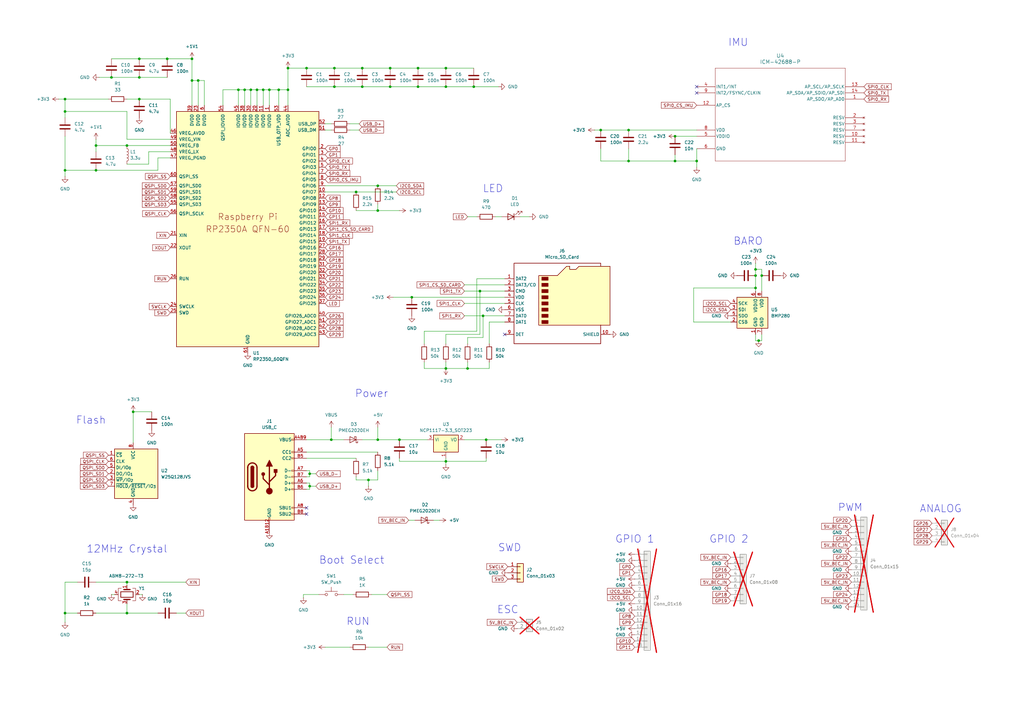
<source format=kicad_sch>
(kicad_sch (version 20250114) (generator "eeschema") (generator_version "9.0")
  (paper "A3")
  (text "ESC" (at 208.28 250.19 0) (effects (font (size 3.048 3.048))))
  (text "Power" (at 152.4 161.544 0) (effects (font (size 3.048 3.048))))
  (text "RUN" (at 146.812 255.016 0) (effects (font (size 3.048 3.048))))
  (text "PWM" (at 348.742 208.28 0) (effects (font (size 3.048 3.048))))
  (text "LED" (at 202.184 77.47 0) (effects (font (size 3.048 3.048))))
  (text "IMU" (at 302.768 17.526 0) (effects (font (size 3.048 3.048))))
  (text "Boot Select" (at 144.272 229.87 0) (effects (font (size 3.048 3.048))))
  (text "GPIO 2" (at 298.958 221.234 0) (effects (font (size 3.048 3.048))))
  (text "GPIO 1" (at 260.35 221.234 0) (effects (font (size 3.048 3.048))))
  (text "ANALOG" (at 385.826 208.788 0) (effects (font (size 3.048 3.048))))
  (text "Flash" (at 37.338 172.466 0) (effects (font (size 3.048 3.048))))
  (text "12MHz Crystal" (at 52.07 225.298 0) (effects (font (size 3.048 3.048))))
  (text "SWD" (at 209.042 224.79 0) (effects (font (size 3.048 3.048))))
  (text "BARO" (at 306.832 99.06 0) (effects (font (size 3.048 3.048))))
  (junction (at 127 194.31))
  (junction (at 154.94 76.2))
  (junction (at 135.89 180.34))
  (junction (at 57.15 40.64))
  (junction (at 309.88 110.49))
  (junction (at 311.15 139.7))
  (junction (at 163.83 180.34))
  (junction (at 148.59 27.94))
  (junction (at 68.58 24.13))
  (junction (at 154.94 86.36))
  (junction (at 246.38 53.34))
  (junction (at 45.72 31.75))
  (junction (at 191.77 151.13))
  (junction (at 160.02 27.94))
  (junction (at 78.74 24.13))
  (junction (at 81.28 33.02))
  (junction (at 312.42 113.03))
  (junction (at 196.85 119.38))
  (junction (at 52.07 251.46))
  (junction (at 151.13 196.85))
  (junction (at 154.94 180.34))
  (junction (at 182.88 151.13))
  (junction (at 198.12 129.54))
  (junction (at 52.07 238.76))
  (junction (at 137.16 27.94))
  (junction (at 105.41 36.83))
  (junction (at 171.45 35.56))
  (junction (at 54.61 168.91))
  (junction (at 125.73 27.94))
  (junction (at 57.15 24.13))
  (junction (at 26.67 69.85))
  (junction (at 257.81 66.04))
  (junction (at 160.02 35.56))
  (junction (at 57.15 31.75))
  (junction (at 26.67 40.64))
  (junction (at 39.37 69.85))
  (junction (at 257.81 53.34))
  (junction (at 137.16 35.56))
  (junction (at 171.45 27.94))
  (junction (at 276.86 66.04))
  (junction (at 107.95 36.83))
  (junction (at 110.49 36.83))
  (junction (at 285.75 66.04))
  (junction (at 39.37 59.69))
  (junction (at 102.87 36.83))
  (junction (at 114.3 36.83))
  (junction (at 276.86 55.88))
  (junction (at 100.33 36.83))
  (junction (at 26.67 45.72))
  (junction (at 97.79 36.83))
  (junction (at 182.88 189.23))
  (junction (at 309.88 118.11))
  (junction (at 52.07 59.69))
  (junction (at 127 199.39))
  (junction (at 118.11 27.94))
  (junction (at 194.31 35.56))
  (junction (at 309.88 113.03))
  (junction (at 168.91 121.92))
  (junction (at 182.88 27.94))
  (junction (at 118.11 36.83))
  (junction (at 78.74 33.02))
  (junction (at 199.39 180.34))
  (junction (at 182.88 35.56))
  (junction (at 148.59 35.56))
  (junction (at 146.05 78.74))
  (junction (at 26.67 251.46))
  (no_connect (at 207.01 137.16))
  (no_connect (at 285.75 38.1))
  (no_connect (at 125.73 208.28))
  (no_connect (at 125.73 210.82))
  (no_connect (at 285.75 35.56))
  (wire (pts (xy 105.41 36.83) (xy 107.95 36.83)))
  (wire (pts (xy 140.97 243.84) (xy 144.78 243.84)))
  (wire (pts (xy 125.73 35.56) (xy 137.16 35.56)))
  (wire (pts (xy 190.5 119.38) (xy 196.85 119.38)))
  (wire (pts (xy 133.35 265.43) (xy 143.51 265.43)))
  (wire (pts (xy 57.15 24.13) (xy 68.58 24.13)))
  (wire (pts (xy 105.41 36.83) (xy 105.41 43.18)))
  (wire (pts (xy 152.4 243.84) (xy 158.75 243.84)))
  (wire (pts (xy 143.51 53.34) (xy 147.32 53.34)))
  (wire (pts (xy 52.07 251.46) (xy 64.77 251.46)))
  (wire (pts (xy 207.01 114.3) (xy 195.58 114.3)))
  (wire (pts (xy 125.73 27.94) (xy 137.16 27.94)))
  (wire (pts (xy 309.88 107.95) (xy 309.88 110.49)))
  (wire (pts (xy 285.75 66.04) (xy 285.75 68.58)))
  (wire (pts (xy 52.07 45.72) (xy 52.07 57.15)))
  (wire (pts (xy 182.88 35.56) (xy 194.31 35.56)))
  (wire (pts (xy 162.56 78.74) (xy 146.05 78.74)))
  (wire (pts (xy 127 200.66) (xy 127 199.39)))
  (wire (pts (xy 110.49 36.83) (xy 114.3 36.83)))
  (wire (pts (xy 62.23 168.91) (xy 54.61 168.91)))
  (wire (pts (xy 276.86 66.04) (xy 285.75 66.04)))
  (wire (pts (xy 39.37 59.69) (xy 39.37 62.23)))
  (wire (pts (xy 196.85 119.38) (xy 207.01 119.38)))
  (wire (pts (xy 148.59 35.56) (xy 160.02 35.56)))
  (wire (pts (xy 243.84 53.34) (xy 246.38 53.34)))
  (wire (pts (xy 151.13 265.43) (xy 158.75 265.43)))
  (wire (pts (xy 125.73 193.04) (xy 127 193.04)))
  (wire (pts (xy 127 194.31) (xy 129.54 194.31)))
  (wire (pts (xy 199.39 187.96) (xy 199.39 189.23)))
  (wire (pts (xy 39.37 59.69) (xy 52.07 59.69)))
  (wire (pts (xy 125.73 198.12) (xy 127 198.12)))
  (wire (pts (xy 26.67 45.72) (xy 26.67 48.26)))
  (wire (pts (xy 52.07 57.15) (xy 69.85 57.15)))
  (wire (pts (xy 52.07 238.76) (xy 76.2 238.76)))
  (wire (pts (xy 171.45 27.94) (xy 182.88 27.94)))
  (wire (pts (xy 195.58 135.89) (xy 173.99 135.89)))
  (wire (pts (xy 127 195.58) (xy 127 194.31)))
  (wire (pts (xy 26.67 55.88) (xy 26.67 69.85)))
  (wire (pts (xy 125.73 200.66) (xy 127 200.66)))
  (wire (pts (xy 309.88 118.11) (xy 309.88 119.38)))
  (wire (pts (xy 83.82 33.02) (xy 83.82 43.18)))
  (wire (pts (xy 110.49 36.83) (xy 110.49 43.18)))
  (wire (pts (xy 163.83 180.34) (xy 175.26 180.34)))
  (wire (pts (xy 191.77 88.9) (xy 195.58 88.9)))
  (wire (pts (xy 148.59 27.94) (xy 160.02 27.94)))
  (wire (pts (xy 31.75 238.76) (xy 26.67 238.76)))
  (wire (pts (xy 163.83 86.36) (xy 154.94 86.36)))
  (wire (pts (xy 127 199.39) (xy 129.54 199.39)))
  (wire (pts (xy 284.48 132.08) (xy 284.48 118.11)))
  (wire (pts (xy 133.35 76.2) (xy 154.94 76.2)))
  (wire (pts (xy 124.46 243.84) (xy 130.81 243.84)))
  (wire (pts (xy 203.2 88.9) (xy 205.74 88.9)))
  (wire (pts (xy 173.99 148.59) (xy 173.99 151.13)))
  (wire (pts (xy 182.88 189.23) (xy 182.88 187.96)))
  (wire (pts (xy 97.79 36.83) (xy 100.33 36.83)))
  (wire (pts (xy 312.42 139.7) (xy 312.42 137.16)))
  (wire (pts (xy 64.77 64.77) (xy 64.77 69.85)))
  (wire (pts (xy 52.07 59.69) (xy 69.85 59.69)))
  (wire (pts (xy 160.02 27.94) (xy 171.45 27.94)))
  (wire (pts (xy 191.77 151.13) (xy 200.66 151.13)))
  (wire (pts (xy 246.38 66.04) (xy 257.81 66.04)))
  (wire (pts (xy 114.3 36.83) (xy 114.3 43.18)))
  (wire (pts (xy 52.07 45.72) (xy 26.67 45.72)))
  (wire (pts (xy 124.46 245.11) (xy 124.46 243.84)))
  (wire (pts (xy 198.12 138.43) (xy 191.77 138.43)))
  (wire (pts (xy 182.88 190.5) (xy 182.88 189.23)))
  (wire (pts (xy 190.5 180.34) (xy 199.39 180.34)))
  (wire (pts (xy 299.72 132.08) (xy 284.48 132.08)))
  (wire (pts (xy 163.83 189.23) (xy 182.88 189.23)))
  (wire (pts (xy 60.96 67.31) (xy 60.96 62.23)))
  (wire (pts (xy 78.74 24.13) (xy 78.74 33.02)))
  (wire (pts (xy 207.01 132.08) (xy 200.66 132.08)))
  (wire (pts (xy 54.61 168.91) (xy 54.61 181.61)))
  (wire (pts (xy 100.33 36.83) (xy 100.33 43.18)))
  (wire (pts (xy 195.58 114.3) (xy 195.58 135.89)))
  (wire (pts (xy 127 193.04) (xy 127 194.31)))
  (wire (pts (xy 91.44 43.18) (xy 91.44 36.83)))
  (wire (pts (xy 246.38 60.96) (xy 246.38 66.04)))
  (wire (pts (xy 45.72 24.13) (xy 57.15 24.13)))
  (wire (pts (xy 135.89 180.34) (xy 135.89 175.26)))
  (wire (pts (xy 312.42 113.03) (xy 312.42 110.49)))
  (wire (pts (xy 257.81 60.96) (xy 257.81 66.04)))
  (wire (pts (xy 180.34 213.36) (xy 177.8 213.36)))
  (wire (pts (xy 133.35 53.34) (xy 135.89 53.34)))
  (wire (pts (xy 309.88 139.7) (xy 311.15 139.7)))
  (wire (pts (xy 146.05 78.74) (xy 133.35 78.74)))
  (wire (pts (xy 198.12 129.54) (xy 207.01 129.54)))
  (wire (pts (xy 39.37 251.46) (xy 52.07 251.46)))
  (wire (pts (xy 125.73 185.42) (xy 154.94 185.42)))
  (wire (pts (xy 151.13 196.85) (xy 151.13 199.39)))
  (wire (pts (xy 312.42 119.38) (xy 312.42 113.03)))
  (wire (pts (xy 182.88 27.94) (xy 194.31 27.94)))
  (wire (pts (xy 190.5 124.46) (xy 207.01 124.46)))
  (wire (pts (xy 284.48 118.11) (xy 309.88 118.11)))
  (wire (pts (xy 200.66 151.13) (xy 200.66 148.59)))
  (wire (pts (xy 137.16 27.94) (xy 148.59 27.94)))
  (wire (pts (xy 102.87 36.83) (xy 105.41 36.83)))
  (wire (pts (xy 69.85 40.64) (xy 69.85 54.61)))
  (wire (pts (xy 57.15 243.84) (xy 58.42 243.84)))
  (wire (pts (xy 83.82 33.02) (xy 81.28 33.02)))
  (wire (pts (xy 309.88 137.16) (xy 309.88 139.7)))
  (wire (pts (xy 45.72 31.75) (xy 57.15 31.75)))
  (wire (pts (xy 57.15 31.75) (xy 68.58 31.75)))
  (wire (pts (xy 57.15 40.64) (xy 69.85 40.64)))
  (wire (pts (xy 182.88 151.13) (xy 191.77 151.13)))
  (wire (pts (xy 107.95 36.83) (xy 110.49 36.83)))
  (wire (pts (xy 143.51 50.8) (xy 147.32 50.8)))
  (wire (pts (xy 276.86 55.88) (xy 285.75 55.88)))
  (wire (pts (xy 26.67 40.64) (xy 26.67 45.72)))
  (wire (pts (xy 118.11 36.83) (xy 118.11 43.18)))
  (wire (pts (xy 39.37 69.85) (xy 64.77 69.85)))
  (wire (pts (xy 146.05 196.85) (xy 151.13 196.85)))
  (wire (pts (xy 173.99 135.89) (xy 173.99 140.97)))
  (wire (pts (xy 24.13 40.64) (xy 26.67 40.64)))
  (wire (pts (xy 40.64 31.75) (xy 45.72 31.75)))
  (wire (pts (xy 78.74 33.02) (xy 78.74 43.18)))
  (wire (pts (xy 107.95 36.83) (xy 107.95 43.18)))
  (wire (pts (xy 163.83 187.96) (xy 163.83 189.23)))
  (wire (pts (xy 161.29 121.92) (xy 168.91 121.92)))
  (wire (pts (xy 52.07 67.31) (xy 60.96 67.31)))
  (wire (pts (xy 26.67 238.76) (xy 26.67 251.46)))
  (wire (pts (xy 171.45 35.56) (xy 182.88 35.56)))
  (wire (pts (xy 257.81 66.04) (xy 276.86 66.04)))
  (wire (pts (xy 26.67 69.85) (xy 26.67 72.39)))
  (wire (pts (xy 64.77 64.77) (xy 69.85 64.77)))
  (wire (pts (xy 168.91 121.92) (xy 207.01 121.92)))
  (wire (pts (xy 26.67 251.46) (xy 31.75 251.46)))
  (wire (pts (xy 52.07 247.65) (xy 52.07 251.46)))
  (wire (pts (xy 26.67 251.46) (xy 26.67 255.27)))
  (wire (pts (xy 190.5 129.54) (xy 198.12 129.54)))
  (wire (pts (xy 52.07 40.64) (xy 57.15 40.64)))
  (wire (pts (xy 26.67 40.64) (xy 44.45 40.64)))
  (wire (pts (xy 190.5 116.84) (xy 207.01 116.84)))
  (wire (pts (xy 146.05 195.58) (xy 146.05 196.85)))
  (wire (pts (xy 167.64 213.36) (xy 170.18 213.36)))
  (wire (pts (xy 81.28 33.02) (xy 78.74 33.02)))
  (wire (pts (xy 127 195.58) (xy 125.73 195.58)))
  (wire (pts (xy 196.85 137.16) (xy 182.88 137.16)))
  (wire (pts (xy 26.67 69.85) (xy 39.37 69.85)))
  (wire (pts (xy 154.94 180.34) (xy 163.83 180.34)))
  (wire (pts (xy 257.81 53.34) (xy 285.75 53.34)))
  (wire (pts (xy 199.39 189.23) (xy 182.88 189.23)))
  (wire (pts (xy 199.39 180.34) (xy 205.74 180.34)))
  (wire (pts (xy 39.37 238.76) (xy 52.07 238.76)))
  (wire (pts (xy 191.77 148.59) (xy 191.77 151.13)))
  (wire (pts (xy 309.88 110.49) (xy 312.42 110.49)))
  (wire (pts (xy 125.73 180.34) (xy 135.89 180.34)))
  (wire (pts (xy 160.02 35.56) (xy 171.45 35.56)))
  (wire (pts (xy 196.85 119.38) (xy 196.85 137.16)))
  (wire (pts (xy 151.13 196.85) (xy 154.94 196.85)))
  (wire (pts (xy 154.94 76.2) (xy 162.56 76.2)))
  (wire (pts (xy 154.94 83.82) (xy 154.94 86.36)))
  (wire (pts (xy 135.89 180.34) (xy 140.97 180.34)))
  (wire (pts (xy 45.72 243.84) (xy 46.99 243.84)))
  (wire (pts (xy 125.73 187.96) (xy 146.05 187.96)))
  (wire (pts (xy 81.28 33.02) (xy 81.28 43.18)))
  (wire (pts (xy 52.07 240.03) (xy 52.07 238.76)))
  (wire (pts (xy 309.88 113.03) (xy 309.88 118.11)))
  (wire (pts (xy 276.86 63.5) (xy 276.86 66.04)))
  (wire (pts (xy 68.58 24.13) (xy 78.74 24.13)))
  (wire (pts (xy 127 198.12) (xy 127 199.39)))
  (wire (pts (xy 118.11 27.94) (xy 125.73 27.94)))
  (wire (pts (xy 148.59 180.34) (xy 154.94 180.34)))
  (wire (pts (xy 182.88 137.16) (xy 182.88 140.97)))
  (wire (pts (xy 114.3 36.83) (xy 118.11 36.83)))
  (wire (pts (xy 182.88 148.59) (xy 182.88 151.13)))
  (wire (pts (xy 311.15 139.7) (xy 312.42 139.7)))
  (wire (pts (xy 91.44 36.83) (xy 97.79 36.83)))
  (wire (pts (xy 102.87 36.83) (xy 102.87 43.18)))
  (wire (pts (xy 194.31 35.56) (xy 204.47 35.56)))
  (wire (pts (xy 72.39 251.46) (xy 76.2 251.46)))
  (wire (pts (xy 191.77 138.43) (xy 191.77 140.97)))
  (wire (pts (xy 154.94 193.04) (xy 154.94 196.85)))
  (wire (pts (xy 97.79 36.83) (xy 97.79 43.18)))
  (wire (pts (xy 118.11 27.94) (xy 118.11 36.83)))
  (wire (pts (xy 173.99 151.13) (xy 182.88 151.13)))
  (wire (pts (xy 146.05 86.36) (xy 154.94 86.36)))
  (wire (pts (xy 246.38 53.34) (xy 257.81 53.34)))
  (wire (pts (xy 100.33 36.83) (xy 102.87 36.83)))
  (wire (pts (xy 39.37 57.15) (xy 39.37 59.69)))
  (wire (pts (xy 154.94 175.26) (xy 154.94 180.34)))
  (wire (pts (xy 133.35 50.8) (xy 135.89 50.8)))
  (wire (pts (xy 213.36 88.9) (xy 217.17 88.9)))
  (wire (pts (xy 200.66 132.08) (xy 200.66 140.97)))
  (wire (pts (xy 198.12 129.54) (xy 198.12 138.43)))
  (wire (pts (xy 137.16 35.56) (xy 148.59 35.56)))
  (wire (pts (xy 60.96 62.23) (xy 69.85 62.23)))
  (wire (pts (xy 285.75 60.96) (xy 285.75 66.04)))
  (wire (pts (xy 309.88 110.49) (xy 309.88 113.03)))
  (global_label "SPI1_TX" (shape input) (at 133.35 99.06 0) (property "Intersheetrefs" "${INTERSHEET_REFS}" (effects (hide yes))))
  (global_label "SWD" (shape input) (at 208.28 237.49 180) (property "Intersheetrefs" "${INTERSHEET_REFS}" (effects (hide yes))))
  (global_label "GP26" (shape input) (at 382.27 214.63 180) (property "Intersheetrefs" "${INTERSHEET_REFS}" (effects (hide yes))))
  (global_label "GP29" (shape input) (at 133.35 137.16 0) (property "Intersheetrefs" "${INTERSHEET_REFS}" (effects (hide yes))))
  (global_label "QSPI_CLK" (shape input) (at 44.45 189.23 180) (property "Intersheetrefs" "${INTERSHEET_REFS}" (effects (hide yes))))
  (global_label "QSPI_SS" (shape input) (at 44.45 186.69 180) (property "Intersheetrefs" "${INTERSHEET_REFS}" (effects (hide yes))))
  (global_label "GP17" (shape input) (at 299.72 236.22 180) (property "Intersheetrefs" "${INTERSHEET_REFS}" (effects (hide yes))))
  (global_label "USB_D+" (shape input) (at 129.54 199.39 0) (property "Intersheetrefs" "${INTERSHEET_REFS}" (effects (hide yes))))
  (global_label "5V_BEC_IN" (shape input) (at 349.25 215.9 180) (property "Intersheetrefs" "${INTERSHEET_REFS}" (effects (hide yes))))
  (global_label "SPI1_RX" (shape input) (at 133.35 91.44 0) (property "Intersheetrefs" "${INTERSHEET_REFS}" (effects (hide yes))))
  (global_label "GP11" (shape input) (at 133.35 88.9 0) (property "Intersheetrefs" "${INTERSHEET_REFS}" (effects (hide yes))))
  (global_label "GP20" (shape input) (at 133.35 111.76 0) (property "Intersheetrefs" "${INTERSHEET_REFS}" (effects (hide yes))))
  (global_label "QSPI_SD1" (shape input) (at 69.85 78.74 180) (property "Intersheetrefs" "${INTERSHEET_REFS}" (effects (hide yes))))
  (global_label "SPI0_CLK" (shape input) (at 133.35 66.04 0) (property "Intersheetrefs" "${INTERSHEET_REFS}" (effects (hide yes))))
  (global_label "SPI1_CS_SD_CARD" (shape input) (at 190.5 116.84 180) (property "Intersheetrefs" "${INTERSHEET_REFS}" (effects (hide yes))))
  (global_label "RUN" (shape input) (at 158.75 265.43 0) (property "Intersheetrefs" "${INTERSHEET_REFS}" (effects (hide yes))))
  (global_label "GP19" (shape input) (at 299.72 246.38 180) (property "Intersheetrefs" "${INTERSHEET_REFS}" (effects (hide yes))))
  (global_label "GP28" (shape input) (at 382.27 219.71 180) (property "Intersheetrefs" "${INTERSHEET_REFS}" (effects (hide yes))))
  (global_label "GP18" (shape input) (at 299.72 243.84 180) (property "Intersheetrefs" "${INTERSHEET_REFS}" (effects (hide yes))))
  (global_label "QSPI_SD2" (shape input) (at 44.45 196.85 180) (property "Intersheetrefs" "${INTERSHEET_REFS}" (effects (hide yes))))
  (global_label "GP11" (shape input) (at 260.35 265.43 180) (property "Intersheetrefs" "${INTERSHEET_REFS}" (effects (hide yes))))
  (global_label "I2C0_SDA" (shape input) (at 162.56 76.2 0) (property "Intersheetrefs" "${INTERSHEET_REFS}" (effects (hide yes))))
  (global_label "I2C0_SDA" (shape input) (at 260.35 242.57 180) (property "Intersheetrefs" "${INTERSHEET_REFS}" (effects (hide yes))))
  (global_label "RUN" (shape input) (at 69.85 114.3 180) (property "Intersheetrefs" "${INTERSHEET_REFS}" (effects (hide yes))))
  (global_label "GP17" (shape input) (at 133.35 104.14 0) (property "Intersheetrefs" "${INTERSHEET_REFS}" (effects (hide yes))))
  (global_label "GP21" (shape input) (at 349.25 220.98 180) (property "Intersheetrefs" "${INTERSHEET_REFS}" (effects (hide yes))))
  (global_label "5V_BEC_IN" (shape input) (at 349.25 223.52 180) (property "Intersheetrefs" "${INTERSHEET_REFS}" (effects (hide yes))))
  (global_label "GP27" (shape input) (at 133.35 132.08 0) (property "Intersheetrefs" "${INTERSHEET_REFS}" (effects (hide yes))))
  (global_label "5V_BEC_IN" (shape input) (at 167.64 213.36 180) (property "Intersheetrefs" "${INTERSHEET_REFS}" (effects (hide yes))))
  (global_label "GP1" (shape input) (at 260.35 234.95 180) (property "Intersheetrefs" "${INTERSHEET_REFS}" (effects (hide yes))))
  (global_label "SWD" (shape input) (at 69.85 128.27 180) (property "Intersheetrefs" "${INTERSHEET_REFS}" (effects (hide yes))))
  (global_label "GP18" (shape input) (at 133.35 106.68 0) (property "Intersheetrefs" "${INTERSHEET_REFS}" (effects (hide yes))))
  (global_label "SWCLK" (shape input) (at 208.28 232.41 180) (property "Intersheetrefs" "${INTERSHEET_REFS}" (effects (hide yes))))
  (global_label "GP8" (shape input) (at 260.35 252.73 180) (property "Intersheetrefs" "${INTERSHEET_REFS}" (effects (hide yes))))
  (global_label "SPI1_RX" (shape input) (at 190.5 129.54 180) (property "Intersheetrefs" "${INTERSHEET_REFS}" (effects (hide yes))))
  (global_label "GP23" (shape input) (at 133.35 119.38 0) (property "Intersheetrefs" "${INTERSHEET_REFS}" (effects (hide yes))))
  (global_label "GP23" (shape input) (at 349.25 236.22 180) (property "Intersheetrefs" "${INTERSHEET_REFS}" (effects (hide yes))))
  (global_label "GP22" (shape input) (at 349.25 228.6 180) (property "Intersheetrefs" "${INTERSHEET_REFS}" (effects (hide yes))))
  (global_label "5V_BEC_IN" (shape input) (at 349.25 238.76 180) (property "Intersheetrefs" "${INTERSHEET_REFS}" (effects (hide yes))))
  (global_label "5V_BEC_IN" (shape input) (at 299.72 228.6 180) (property "Intersheetrefs" "${INTERSHEET_REFS}" (effects (hide yes))))
  (global_label "GP1" (shape input) (at 133.35 63.5 0) (property "Intersheetrefs" "${INTERSHEET_REFS}" (effects (hide yes))))
  (global_label "XIN" (shape input) (at 76.2 238.76 0) (property "Intersheetrefs" "${INTERSHEET_REFS}" (effects (hide yes))))
  (global_label "SPI0_RX" (shape input) (at 133.35 71.12 0) (property "Intersheetrefs" "${INTERSHEET_REFS}" (effects (hide yes))))
  (global_label "5V_BEC_IN" (shape input) (at 349.25 231.14 180) (property "Intersheetrefs" "${INTERSHEET_REFS}" (effects (hide yes))))
  (global_label "GP9" (shape input) (at 133.35 83.82 0) (property "Intersheetrefs" "${INTERSHEET_REFS}" (effects (hide yes))))
  (global_label "QSPI_SD3" (shape input) (at 44.45 199.39 180) (property "Intersheetrefs" "${INTERSHEET_REFS}" (effects (hide yes))))
  (global_label "QSPI_SD2" (shape input) (at 69.85 81.28 180) (property "Intersheetrefs" "${INTERSHEET_REFS}" (effects (hide yes))))
  (global_label "SPI0_TX" (shape input) (at 354.33 38.1 0) (property "Intersheetrefs" "${INTERSHEET_REFS}" (effects (hide yes))))
  (global_label "SPI0_CLK" (shape input) (at 354.33 35.56 0) (property "Intersheetrefs" "${INTERSHEET_REFS}" (effects (hide yes))))
  (global_label "USB_D-" (shape input) (at 129.54 194.31 0) (property "Intersheetrefs" "${INTERSHEET_REFS}" (effects (hide yes))))
  (global_label "GP26" (shape input) (at 133.35 129.54 0) (property "Intersheetrefs" "${INTERSHEET_REFS}" (effects (hide yes))))
  (global_label "GP16" (shape input) (at 299.72 233.68 180) (property "Intersheetrefs" "${INTERSHEET_REFS}" (effects (hide yes))))
  (global_label "QSPI_SD0" (shape input) (at 69.85 76.2 180) (property "Intersheetrefs" "${INTERSHEET_REFS}" (effects (hide yes))))
  (global_label "GP28" (shape input) (at 133.35 134.62 0) (property "Intersheetrefs" "${INTERSHEET_REFS}" (effects (hide yes))))
  (global_label "GP21" (shape input) (at 133.35 114.3 0) (property "Intersheetrefs" "${INTERSHEET_REFS}" (effects (hide yes))))
  (global_label "GP29" (shape input) (at 382.27 222.25 180) (property "Intersheetrefs" "${INTERSHEET_REFS}" (effects (hide yes))))
  (global_label "LED" (shape input) (at 133.35 124.46 0) (property "Intersheetrefs" "${INTERSHEET_REFS}" (effects (hide yes))))
  (global_label "GP8" (shape input) (at 133.35 81.28 0) (property "Intersheetrefs" "${INTERSHEET_REFS}" (effects (hide yes))))
  (global_label "SPI0_RX" (shape input) (at 354.33 40.64 0) (property "Intersheetrefs" "${INTERSHEET_REFS}" (effects (hide yes))))
  (global_label "XOUT" (shape input) (at 76.2 251.46 0) (property "Intersheetrefs" "${INTERSHEET_REFS}" (effects (hide yes))))
  (global_label "SPI0_CS_IMU" (shape input) (at 133.35 73.66 0) (property "Intersheetrefs" "${INTERSHEET_REFS}" (effects (hide yes))))
  (global_label "I2C0_SCL" (shape input) (at 162.56 78.74 0) (property "Intersheetrefs" "${INTERSHEET_REFS}" (effects (hide yes))))
  (global_label "GP9" (shape input) (at 260.35 255.27 180) (property "Intersheetrefs" "${INTERSHEET_REFS}" (effects (hide yes))))
  (global_label "GP27" (shape input) (at 382.27 217.17 180) (property "Intersheetrefs" "${INTERSHEET_REFS}" (effects (hide yes))))
  (global_label "SPI1_CLK" (shape input) (at 133.35 96.52 0) (property "Intersheetrefs" "${INTERSHEET_REFS}" (effects (hide yes))))
  (global_label "5V_BEC_IN" (shape input) (at 349.25 246.38 180) (property "Intersheetrefs" "${INTERSHEET_REFS}" (effects (hide yes))))
  (global_label "USB_D-" (shape input) (at 147.32 53.34 0) (property "Intersheetrefs" "${INTERSHEET_REFS}" (effects (hide yes))))
  (global_label "SPI1_CLK" (shape input) (at 190.5 124.46 180) (property "Intersheetrefs" "${INTERSHEET_REFS}" (effects (hide yes))))
  (global_label "XIN" (shape input) (at 69.85 96.52 180) (property "Intersheetrefs" "${INTERSHEET_REFS}" (effects (hide yes))))
  (global_label "GP10" (shape input) (at 133.35 86.36 0) (property "Intersheetrefs" "${INTERSHEET_REFS}" (effects (hide yes))))
  (global_label "QSPI_SD0" (shape input) (at 44.45 191.77 180) (property "Intersheetrefs" "${INTERSHEET_REFS}" (effects (hide yes))))
  (global_label "QSPI_SS" (shape input) (at 69.85 72.39 180) (property "Intersheetrefs" "${INTERSHEET_REFS}" (effects (hide yes))))
  (global_label "QSPI_CLK" (shape input) (at 69.85 87.63 180) (property "Intersheetrefs" "${INTERSHEET_REFS}" (effects (hide yes))))
  (global_label "USB_D+" (shape input) (at 147.32 50.8 0) (property "Intersheetrefs" "${INTERSHEET_REFS}" (effects (hide yes))))
  (global_label "QSPI_SD3" (shape input) (at 69.85 83.82 180) (property "Intersheetrefs" "${INTERSHEET_REFS}" (effects (hide yes))))
  (global_label "I2C0_SDA" (shape input) (at 299.72 127 180) (property "Intersheetrefs" "${INTERSHEET_REFS}" (effects (hide yes))))
  (global_label "GP24" (shape input) (at 349.25 243.84 180) (property "Intersheetrefs" "${INTERSHEET_REFS}" (effects (hide yes))))
  (global_label "SPI1_TX" (shape input) (at 190.5 119.38 180) (property "Intersheetrefs" "${INTERSHEET_REFS}" (effects (hide yes))))
  (global_label "SPI1_CS_SD_CARD" (shape input) (at 133.35 93.98 0) (property "Intersheetrefs" "${INTERSHEET_REFS}" (effects (hide yes))))
  (global_label "GP20" (shape input) (at 349.25 213.36 180) (property "Intersheetrefs" "${INTERSHEET_REFS}" (effects (hide yes))))
  (global_label "SPI0_CS_IMU" (shape input) (at 285.75 43.18 180) (property "Intersheetrefs" "${INTERSHEET_REFS}" (effects (hide yes))))
  (global_label "GP16" (shape input) (at 133.35 101.6 0) (property "Intersheetrefs" "${INTERSHEET_REFS}" (effects (hide yes))))
  (global_label "GP0" (shape input) (at 133.35 60.96 0) (property "Intersheetrefs" "${INTERSHEET_REFS}" (effects (hide yes))))
  (global_label "GP19" (shape input) (at 133.35 109.22 0) (property "Intersheetrefs" "${INTERSHEET_REFS}" (effects (hide yes))))
  (global_label "GP10" (shape input) (at 260.35 262.89 180) (property "Intersheetrefs" "${INTERSHEET_REFS}" (effects (hide yes))))
  (global_label "GP22" (shape input) (at 133.35 116.84 0) (property "Intersheetrefs" "${INTERSHEET_REFS}" (effects (hide yes))))
  (global_label "GP24" (shape input) (at 133.35 121.92 0) (property "Intersheetrefs" "${INTERSHEET_REFS}" (effects (hide yes))))
  (global_label "QSPI_SD1" (shape input) (at 44.45 194.31 180) (property "Intersheetrefs" "${INTERSHEET_REFS}" (effects (hide yes))))
  (global_label "5V_BEC_IN" (shape input) (at 299.72 238.76 180) (property "Intersheetrefs" "${INTERSHEET_REFS}" (effects (hide yes))))
  (global_label "LED" (shape input) (at 191.77 88.9 180) (property "Intersheetrefs" "${INTERSHEET_REFS}" (effects (hide yes))))
  (global_label "I2C0_SCL" (shape input) (at 299.72 124.46 180) (property "Intersheetrefs" "${INTERSHEET_REFS}" (effects (hide yes))))
  (global_label "XOUT" (shape input) (at 69.85 101.6 180) (property "Intersheetrefs" "${INTERSHEET_REFS}" (effects (hide yes))))
  (global_label "QSPI_SS" (shape input) (at 158.75 243.84 0) (property "Intersheetrefs" "${INTERSHEET_REFS}" (effects (hide yes))))
  (global_label "5V_BEC_IN" (shape input) (at 212.09 255.27 180) (property "Intersheetrefs" "${INTERSHEET_REFS}" (effects (hide yes))))
  (global_label "GP0" (shape input) (at 260.35 232.41 180) (property "Intersheetrefs" "${INTERSHEET_REFS}" (effects (hide yes))))
  (global_label "SPI0_TX" (shape input) (at 133.35 68.58 0) (property "Intersheetrefs" "${INTERSHEET_REFS}" (effects (hide yes))))
  (global_label "SWCLK" (shape input) (at 69.85 125.73 180) (property "Intersheetrefs" "${INTERSHEET_REFS}" (effects (hide yes))))
  (global_label "I2C0_SCL" (shape input) (at 260.35 245.11 180) (property "Intersheetrefs" "${INTERSHEET_REFS}" (effects (hide yes))))
  (symbol (lib_id "toto_flight:RP2350_60QFN") (at 101.6 93.98 0) (unit 1)
    (property "Reference" "U1" (at 103.7433 144.78 0) (effects (justify left)))
    (property "Value" "RP2350_60QFN" (at 103.7433 147.32 0) (effects (justify left)))
    (property "Footprint" "toto_flight:RP2350-QFN-60-1EP_7x7_P0.4mm_EP3.4x3.4mm_ThermalVias" (effects (hide yes)))
  )
  (symbol (lib_id "power:+3V3") (at 24.13 40.64 90) (unit 1)
    (property "Reference" "#PWR06" (effects (hide yes)))
    (property "Value" "+3V3" (at 20.32 40.6399 90) (effects (justify left)))
    (property "Description" "Power symbol creates a global label with name \"+3V3\"" (effects (hide yes)))
  )
  (symbol (lib_id "Device:C") (at 168.91 125.73 0) (unit 1)
    (property "Reference" "C19" (at 172.72 124.4599 0) (effects (justify left)))
    (property "Value" "100n" (at 172.72 126.9999 0) (effects (justify left)))
    (property "Footprint" "Capacitor_SMD:C_0402_1005Metric" (effects (hide yes)))
    (property "Description" "Unpolarized capacitor" (effects (hide yes)))
  )
  (symbol (lib_id "Device:C") (at 26.67 52.07 0) (unit 1)
    (property "Reference" "C12" (at 30.48 50.7999 0) (effects (justify left)))
    (property "Value" "4.7u" (at 30.48 53.3399 0) (effects (justify left)))
    (property "Footprint" "toto_flight:C_0402_1005Metric_small_pads" (effects (hide yes)))
    (property "Description" "Unpolarized capacitor" (effects (hide yes)))
  )
  (symbol (lib_id "power:+5V") (at 260.35 257.81 90) (unit 1)
    (property "Reference" "#PWR039" (effects (hide yes)))
    (property "Value" "+5V" (at 256.54 257.8099 90) (effects (justify left)))
    (property "Description" "Power symbol creates a global label with name \"+5V\"" (effects (hide yes)))
  )
  (symbol (lib_id "power:+3V3") (at 163.83 86.36 270) (unit 1)
    (property "Reference" "#PWR043" (effects (hide yes)))
    (property "Value" "+3V3" (at 167.64 86.3599 90) (effects (justify left)))
    (property "Description" "Power symbol creates a global label with name \"+3V3\"" (effects (hide yes)))
  )
  (symbol (lib_id "Device:C") (at 57.15 44.45 0) (unit 1)
    (property "Reference" "C11" (at 60.96 43.1799 0) (effects (justify left)))
    (property "Value" "4.7u" (at 60.96 45.7199 0) (effects (justify left)))
    (property "Footprint" "Capacitor_SMD:C_0402_1005Metric" (effects (hide yes)))
    (property "Description" "Unpolarized capacitor" (effects (hide yes)))
  )
  (symbol (lib_id "power:+3.3V") (at 118.11 27.94 0) (unit 1)
    (property "Reference" "#PWR01" (effects (hide yes)))
    (property "Value" "+3V3" (at 118.11 22.86 0))
    (property "Description" "Power symbol creates a global label with name \"+3.3V\"" (effects (hide yes)))
  )
  (symbol (lib_id "power:+3V3") (at 54.61 168.91 0) (unit 1)
    (property "Reference" "#PWR09" (effects (hide yes)))
    (property "Value" "+3V3" (at 54.61 163.83 0))
    (property "Description" "Power symbol creates a global label with name \"+3V3\"" (effects (hide yes)))
  )
  (symbol (lib_id "power:GND") (at 110.49 218.44 0) (unit 1)
    (property "Reference" "#PWR016" (effects (hide yes)))
    (property "Value" "GND" (at 110.49 223.52 0))
    (property "Description" "Power symbol creates a global label with name \"GND\" , ground" (effects (hide yes)))
  )
  (symbol (lib_id "Device:Crystal_GND24") (at 52.07 243.84 270) (unit 1)
    (property "Reference" "Y1" (at 58.166 241.3 90))
    (property "Value" "ABM8-272-T3" (at 51.816 236.22 90))
    (property "Footprint" "Crystal:Crystal_SMD_3225-4Pin_3.2x2.5mm" (effects (hide yes)))
    (property "Description" "Four pin crystal, GND on pins 2 and 4" (effects (hide yes)))
  )
  (symbol (lib_id "power:GND") (at 260.35 240.03 270) (unit 1)
    (property "Reference" "#PWR060" (effects (hide yes)))
    (property "Value" "GND" (at 256.54 240.0299 90) (effects (justify right)))
    (property "Description" "Power symbol creates a global label with name \"GND\" , ground" (effects (hide yes)))
  )
  (symbol (lib_id "power:+3V3") (at 243.84 53.34 90) (unit 1)
    (property "Reference" "#PWR027" (effects (hide yes)))
    (property "Value" "+3V3" (at 240.03 53.3399 90) (effects (justify left)))
    (property "Description" "Power symbol creates a global label with name \"+3V3\"" (effects (hide yes)))
  )
  (symbol (lib_id "Device:R") (at 48.26 40.64 270) (unit 1)
    (property "Reference" "R1" (at 48.26 34.29 90))
    (property "Value" "33" (at 48.26 36.83 90))
    (property "Footprint" "Resistor_SMD:R_0402_1005Metric" (effects (hide yes)))
    (property "Description" "Resistor" (effects (hide yes)))
  )
  (symbol (lib_id "power:GND") (at 26.67 255.27 0) (unit 1)
    (property "Reference" "#PWR014" (effects (hide yes)))
    (property "Value" "GND" (at 26.67 260.35 0))
    (property "Description" "Power symbol creates a global label with name \"GND\" , ground" (effects (hide yes)))
  )
  (symbol (lib_id "Regulator_Linear:NCP1117-3.3_SOT223") (at 182.88 180.34 0) (unit 1)
    (property "Reference" "U3" (at 182.88 173.99 0))
    (property "Value" "NCP1117-3.3_SOT223" (at 182.88 176.53 0))
    (property "Footprint" "Package_TO_SOT_SMD:SOT-223-3_TabPin2" (effects (hide yes)))
    (property "Datasheet" "http://www.onsemi.com/pub_link/Collateral/NCP1117-D.PDF" (effects (hide yes)))
    (property "Description" "1A Low drop-out regulator, Fixed Output 3.3V, SOT-223" (effects (hide yes)))
  )
  (symbol (lib_id "Connector_Generic:Conn_01x16") (at 265.43 245.11 0) (unit 1) (dnp yes)
    (property "Reference" "J3" (at 267.97 245.1099 0) (effects (justify left)))
    (property "Value" "Conn_01x16" (at 267.97 247.6499 0) (effects (justify left)))
    (property "Footprint" "toto_flight:gpio_pads" (effects (hide yes)))
    (property "Description" "Generic connector, single row, 01x16, script generated (kicad-library-utils/schlib/autogen/connector/)" (effects (hide yes)))
  )
  (symbol (lib_id "power:+5V") (at 260.35 247.65 90) (unit 1)
    (property "Reference" "#PWR038" (effects (hide yes)))
    (property "Value" "+5V" (at 256.54 247.6499 90) (effects (justify left)))
    (property "Description" "Power symbol creates a global label with name \"+5V\"" (effects (hide yes)))
  )
  (symbol (lib_id "Device:C") (at 39.37 66.04 0) (unit 1)
    (property "Reference" "C13" (at 43.18 64.7699 0) (effects (justify left)))
    (property "Value" "4.7u" (at 43.18 67.3099 0) (effects (justify left)))
    (property "Footprint" "toto_flight:C_0402_1005Metric_small_pads" (effects (hide yes)))
    (property "Description" "Unpolarized capacitor" (effects (hide yes)))
  )
  (symbol (lib_id "power:GND") (at 204.47 35.56 90) (unit 1)
    (property "Reference" "#PWR02" (effects (hide yes)))
    (property "Value" "GND" (at 208.28 35.5599 90) (effects (justify right)))
    (property "Description" "Power symbol creates a global label with name \"GND\" , ground" (effects (hide yes)))
  )
  (symbol (lib_id "power:GND") (at 260.35 260.35 270) (unit 1)
    (property "Reference" "#PWR063" (effects (hide yes)))
    (property "Value" "GND" (at 256.54 260.3499 90) (effects (justify right)))
    (property "Description" "Power symbol creates a global label with name \"GND\" , ground" (effects (hide yes)))
  )
  (symbol (lib_id "power:GND") (at 208.28 234.95 270) (unit 1)
    (property "Reference" "#PWR025" (effects (hide yes)))
    (property "Value" "GND" (at 204.47 234.9499 90) (effects (justify right)))
    (property "Description" "Power symbol creates a global label with name \"GND\" , ground" (effects (hide yes)))
  )
  (symbol (lib_id "power:GND") (at 168.91 129.54 0) (unit 1)
    (property "Reference" "#PWR044" (effects (hide yes)))
    (property "Value" "GND" (at 168.91 134.62 0))
    (property "Description" "Power symbol creates a global label with name \"GND\" , ground" (effects (hide yes)))
  )
  (symbol (lib_id "Device:R") (at 173.99 144.78 0) (unit 1)
    (property "Reference" "R13" (at 176.53 143.5099 0) (effects (justify left)))
    (property "Value" "50k" (at 176.53 146.0499 0) (effects (justify left)))
    (property "Footprint" "Resistor_SMD:R_0402_1005Metric" (effects (hide yes)))
    (property "Description" "Resistor" (effects (hide yes)))
  )
  (symbol (lib_id "Connector_Generic:Conn_01x04") (at 387.35 217.17 0) (unit 1) (dnp yes)
    (property "Reference" "J8" (at 389.89 217.1699 0) (effects (justify left)))
    (property "Value" "Conn_01x04" (at 389.89 219.7099 0) (effects (justify left)))
    (property "Footprint" "toto_flight:analog_pads" (effects (hide yes)))
    (property "Description" "Generic connector, single row, 01x04, script generated (kicad-library-utils/schlib/autogen/connector/)" (effects (hide yes)))
  )
  (symbol (lib_id "Device:R") (at 182.88 144.78 0) (unit 1)
    (property "Reference" "R12" (at 185.42 143.5099 0) (effects (justify left)))
    (property "Value" "50k" (at 185.42 146.0499 0) (effects (justify left)))
    (property "Footprint" "Resistor_SMD:R_0402_1005Metric" (effects (hide yes)))
    (property "Description" "Resistor" (effects (hide yes)))
  )
  (symbol (lib_id "power:GND") (at 260.35 229.87 270) (unit 1)
    (property "Reference" "#PWR061" (effects (hide yes)))
    (property "Value" "GND" (at 256.54 229.8699 90) (effects (justify right)))
    (property "Description" "Power symbol creates a global label with name \"GND\" , ground" (effects (hide yes)))
  )
  (symbol (lib_id "Device:C") (at 62.23 172.72 0) (unit 1)
    (property "Reference" "C14" (at 66.04 171.4499 0) (effects (justify left)))
    (property "Value" "100n" (at 66.04 173.9899 0) (effects (justify left)))
    (property "Footprint" "Capacitor_SMD:C_0402_1005Metric" (effects (hide yes)))
    (property "Description" "Unpolarized capacitor" (effects (hide yes)))
  )
  (symbol (lib_id "power:GND") (at 285.75 68.58 0) (unit 1)
    (property "Reference" "#PWR026" (effects (hide yes)))
    (property "Value" "GND" (at 285.75 73.66 0))
    (property "Description" "Power symbol creates a global label with name \"GND\" , ground" (effects (hide yes)))
  )
  (symbol (lib_id "power:GND") (at 260.35 250.19 270) (unit 1)
    (property "Reference" "#PWR059" (effects (hide yes)))
    (property "Value" "GND" (at 256.54 250.1899 90) (effects (justify right)))
    (property "Description" "Power symbol creates a global label with name \"GND\" , ground" (effects (hide yes)))
  )
  (symbol (lib_id "power:GND") (at 207.01 127 270) (unit 1)
    (property "Reference" "#PWR042" (effects (hide yes)))
    (property "Value" "GND" (at 203.2 126.9999 90) (effects (justify right)))
    (property "Description" "Power symbol creates a global label with name \"GND\" , ground" (effects (hide yes)))
  )
  (symbol (lib_id "power:GND") (at 54.61 207.01 0) (unit 1)
    (property "Reference" "#PWR011" (effects (hide yes)))
    (property "Value" "GND" (at 54.61 212.09 0))
    (property "Description" "Power symbol creates a global label with name \"GND\" , ground" (effects (hide yes)))
  )
  (symbol (lib_id "power:+5V") (at 180.34 213.36 270) (unit 1)
    (property "Reference" "#PWR041" (effects (hide yes)))
    (property "Value" "+5V" (at 184.15 213.3599 90) (effects (justify left)))
    (property "Description" "Power symbol creates a global label with name \"+5V\"" (effects (hide yes)))
  )
  (symbol (lib_id "Device:R") (at 35.56 251.46 270) (mirror x) (unit 1)
    (property "Reference" "R2" (at 35.56 245.11 90))
    (property "Value" "1k" (at 35.56 247.65 90))
    (property "Footprint" "Resistor_SMD:R_0402_1005Metric" (effects (hide yes)))
    (property "Description" "Resistor" (effects (hide yes)))
  )
  (symbol (lib_id "Device:R") (at 200.66 144.78 0) (unit 1)
    (property "Reference" "R10" (at 203.2 143.5099 0) (effects (justify left)))
    (property "Value" "50k" (at 203.2 146.0499 0) (effects (justify left)))
    (property "Footprint" "Resistor_SMD:R_0402_1005Metric" (effects (hide yes)))
    (property "Description" "Resistor" (effects (hide yes)))
  )
  (symbol (lib_id "power:GND") (at 182.88 190.5 0) (unit 1)
    (property "Reference" "#PWR017" (effects (hide yes)))
    (property "Value" "GND" (at 182.88 195.58 0))
    (property "Description" "Power symbol creates a global label with name \"GND\" , ground" (effects (hide yes)))
  )
  (symbol (lib_id "Device:R") (at 154.94 189.23 0) (unit 1)
    (property "Reference" "R8" (at 157.48 187.9599 0) (effects (justify left)))
    (property "Value" "5.1k" (at 157.48 190.4999 0) (effects (justify left)))
    (property "Footprint" "Capacitor_SMD:C_0402_1005Metric" (effects (hide yes)))
    (property "Description" "Resistor" (effects (hide yes)))
  )
  (symbol (lib_id "Diode:PMEG2020EH") (at 173.99 213.36 180) (unit 1)
    (property "Reference" "D2" (at 174.3075 207.01 0))
    (property "Value" "PMEG2020EH" (at 174.3075 209.55 0))
    (property "Footprint" "Diode_SMD:D_SOD-123F" (effects (hide yes)))
    (property "Datasheet" "https://assets.nexperia.com/documents/data-sheet/PMEG2020EH_EJ.pdf" (effects (hide yes)))
    (property "Description" "20V, 2A very low Vf MEGA Schottky barrier rectifier, SOD-123F" (effects (hide yes)))
  )
  (symbol (lib_id "Device:C") (at 194.31 31.75 0) (unit 1)
    (property "Reference" "C7" (at 198.12 30.4799 0) (effects (justify left)))
    (property "Value" "100n" (at 198.12 33.0199 0) (effects (justify left)))
    (property "Footprint" "Capacitor_SMD:C_0402_1005Metric" (effects (hide yes)))
    (property "Description" "Unpolarized capacitor" (effects (hide yes)))
  )
  (symbol (lib_id "power:GND") (at 217.17 88.9 90) (unit 1)
    (property "Reference" "#PWR023" (effects (hide yes)))
    (property "Value" "GND" (at 220.98 88.8999 90) (effects (justify right)))
    (property "Description" "Power symbol creates a global label with name \"GND\" , ground" (effects (hide yes)))
  )
  (symbol (lib_id "Switch:SW_Push") (at 135.89 243.84 0) (unit 1)
    (property "Reference" "SW1" (at 135.89 236.22 0))
    (property "Value" "SW_Push" (at 135.89 238.76 0))
    (property "Footprint" "Button_Switch_SMD:SW_Push_1P1T_NO_CK_KMR2" (effects (hide yes)))
    (property "Description" "Push button switch, generic, two pins" (effects (hide yes)))
  )
  (symbol (lib_id "Memory_Flash:W25Q128JVS") (at 54.61 194.31 0) (unit 1)
    (property "Reference" "U2" (at 66.04 193.0399 0) (effects (justify left)))
    (property "Value" "W25Q128JVS" (at 66.04 195.5799 0) (effects (justify left)))
    (property "Footprint" "Package_SO:SOIC-8_5.3x5.3mm_P1.27mm" (effects (hide yes)))
    (property "Datasheet" "https://www.winbond.com/resource-files/w25q128jv_dtr%20revc%2003272018%20plus.pdf" (effects (hide yes)))
    (property "Description" "128Mbit / 16MiB Serial Flash Memory, Standard/Dual/Quad SPI, 2.7-3.6V, SOIC-8" (effects (hide yes)))
  )
  (symbol (lib_id "Device:C") (at 68.58 251.46 270) (mirror x) (unit 1)
    (property "Reference" "C16" (at 68.58 243.84 90))
    (property "Value" "15p" (at 68.58 246.38 90))
    (property "Footprint" "Capacitor_SMD:C_0402_1005Metric" (effects (hide yes)))
    (property "Description" "Unpolarized capacitor" (effects (hide yes)))
  )
  (symbol (lib_id "Device:C") (at 246.38 57.15 0) (unit 1)
    (property "Reference" "C20" (at 250.19 55.8799 0) (effects (justify left)))
    (property "Value" "100n" (at 250.19 58.4199 0) (effects (justify left)))
    (property "Footprint" "Capacitor_SMD:C_0402_1005Metric" (effects (hide yes)))
    (property "Description" "Unpolarized capacitor" (effects (hide yes)))
  )
  (symbol (lib_id "power:+3V3") (at 309.88 107.95 0) (unit 1)
    (property "Reference" "#PWR032" (effects (hide yes)))
    (property "Value" "+3V3" (at 309.88 102.87 0))
    (property "Description" "Power symbol creates a global label with name \"+3V3\"" (effects (hide yes)))
  )
  (symbol (lib_id "power:+1V1") (at 78.74 24.13 0) (unit 1)
    (property "Reference" "#PWR03" (effects (hide yes)))
    (property "Value" "+1V1" (at 78.74 19.05 0))
    (property "Description" "Power symbol creates a global label with name \"+1V1\"" (effects (hide yes)))
  )
  (symbol (lib_id "power:+5V") (at 260.35 237.49 90) (unit 1)
    (property "Reference" "#PWR037" (effects (hide yes)))
    (property "Value" "+5V" (at 256.54 237.4899 90) (effects (justify left)))
    (property "Description" "Power symbol creates a global label with name \"+5V\"" (effects (hide yes)))
  )
  (symbol (lib_id "power:GND") (at 349.25 233.68 270) (unit 1)
    (property "Reference" "#PWR050" (effects (hide yes)))
    (property "Value" "GND" (at 345.44 233.6799 90) (effects (justify right)))
    (property "Description" "Power symbol creates a global label with name \"GND\" , ground" (effects (hide yes)))
  )
  (symbol (lib_id "power:+5V") (at 260.35 227.33 90) (unit 1)
    (property "Reference" "#PWR036" (effects (hide yes)))
    (property "Value" "+5V" (at 256.54 227.3299 90) (effects (justify left)))
    (property "Description" "Power symbol creates a global label with name \"+5V\"" (effects (hide yes)))
  )
  (symbol (lib_id "Device:R") (at 199.39 88.9 90) (unit 1)
    (property "Reference" "R9" (at 199.39 82.55 90))
    (property "Value" "470" (at 199.39 85.09 90))
    (property "Footprint" "Resistor_SMD:R_0402_1005Metric" (effects (hide yes)))
    (property "Description" "Resistor" (effects (hide yes)))
  )
  (symbol (lib_id "Device:C") (at 45.72 27.94 0) (unit 1)
    (property "Reference" "C10" (at 49.53 26.6699 0) (effects (justify left)))
    (property "Value" "100n" (at 49.53 29.2099 0) (effects (justify left)))
    (property "Footprint" "Capacitor_SMD:C_0402_1005Metric" (effects (hide yes)))
    (property "Description" "Unpolarized capacitor" (effects (hide yes)))
  )
  (symbol (lib_id "Device:C") (at 35.56 238.76 90) (unit 1)
    (property "Reference" "C15" (at 35.56 231.14 90))
    (property "Value" "15p" (at 35.56 233.68 90))
    (property "Footprint" "Capacitor_SMD:C_0402_1005Metric" (effects (hide yes)))
    (property "Description" "Unpolarized capacitor" (effects (hide yes)))
  )
  (symbol (lib_id "Device:R") (at 139.7 53.34 90) (unit 1)
    (property "Reference" "R4" (at 139.954 56.388 90))
    (property "Value" "27" (at 139.954 58.928 90))
    (property "Footprint" "Resistor_SMD:R_0402_1005Metric" (effects (hide yes)))
    (property "Description" "Resistor" (effects (hide yes)))
  )
  (symbol (lib_id "power:+3V3") (at 133.35 265.43 90) (unit 1)
    (property "Reference" "#PWR020" (effects (hide yes)))
    (property "Value" "+3V3" (at 129.54 265.4299 90) (effects (justify left)))
    (property "Description" "Power symbol creates a global label with name \"+3V3\"" (effects (hide yes)))
  )
  (symbol (lib_id "Device:C") (at 160.02 31.75 0) (unit 1)
    (property "Reference" "C4" (at 163.83 30.4799 0) (effects (justify left)))
    (property "Value" "100n" (at 163.83 33.0199 0) (effects (justify left)))
    (property "Footprint" "Capacitor_SMD:C_0402_1005Metric" (effects (hide yes)))
    (property "Description" "Unpolarized capacitor" (effects (hide yes)))
  )
  (symbol (lib_id "Device:C") (at 199.39 184.15 0) (unit 1)
    (property "Reference" "C18" (at 203.2 182.8799 0) (effects (justify left)))
    (property "Value" "10u" (at 203.2 185.4199 0) (effects (justify left)))
    (property "Footprint" "Capacitor_SMD:C_0805_2012Metric" (effects (hide yes)))
    (property "Description" "Unpolarized capacitor" (effects (hide yes)))
  )
  (symbol (lib_id "power:GND") (at 320.04 113.03 90) (unit 1)
    (property "Reference" "#PWR033" (effects (hide yes)))
    (property "Value" "GND" (at 323.85 113.0299 90) (effects (justify right)))
    (property "Description" "Power symbol creates a global label with name \"GND\" , ground" (effects (hide yes)))
  )
  (symbol (lib_id "Device:C") (at 276.86 59.69 0) (unit 1)
    (property "Reference" "C22" (at 280.67 58.4199 0) (effects (justify left)))
    (property "Value" "10n" (at 280.67 60.9599 0) (effects (justify left)))
    (property "Footprint" "Capacitor_SMD:C_0402_1005Metric" (effects (hide yes)))
    (property "Description" "Unpolarized capacitor" (effects (hide yes)))
  )
  (symbol (lib_id "Device:C") (at 171.45 31.75 0) (unit 1)
    (property "Reference" "C5" (at 175.26 30.4799 0) (effects (justify left)))
    (property "Value" "100n" (at 175.26 33.0199 0) (effects (justify left)))
    (property "Footprint" "Capacitor_SMD:C_0402_1005Metric" (effects (hide yes)))
    (property "Description" "Unpolarized capacitor" (effects (hide yes)))
  )
  (symbol (lib_id "Device:C") (at 57.15 27.94 0) (unit 1)
    (property "Reference" "C9" (at 60.96 26.6699 0) (effects (justify left)))
    (property "Value" "4.7u" (at 60.96 29.2099 0) (effects (justify left)))
    (property "Footprint" "Capacitor_SMD:C_0402_1005Metric" (effects (hide yes)))
    (property "Description" "Unpolarized capacitor" (effects (hide yes)))
  )
  (symbol (lib_id "Connector_Generic:Conn_01x15") (at 354.33 231.14 0) (unit 1) (dnp yes)
    (property "Reference" "J4" (at 356.87 229.8699 0) (effects (justify left)))
    (property "Value" "Conn_01x15" (at 356.87 232.4099 0) (effects (justify left)))
    (property "Footprint" "toto_flight:pwm_pins" (effects (hide yes)))
    (property "Description" "Generic connector, single row, 01x15, script generated (kicad-library-utils/schlib/autogen/connector/)" (effects (hide yes)))
  )
  (symbol (lib_id "toto_flight:Micro_SD_Card") (at 229.87 124.46 0) (unit 1)
    (property "Reference" "J6" (at 230.505 102.87 0))
    (property "Value" "Micro_SD_Card" (at 230.505 105.41 0))
    (property "Footprint" "toto_flight:MOLEX_104031-0811" (effects (hide yes)))
    (property "Datasheet" "https://datasheet.lcsc.com/lcsc/2110151630_XKB-Connectivity-XKTF-015-N_C381082.pdf" (effects (hide yes)))
    (property "Description" "Micro SD Card Socket with one card detection pin" (effects (hide yes)))
  )
  (symbol (lib_id "Device:C") (at 306.07 113.03 270) (unit 1)
    (property "Reference" "C23" (at 306.07 105.41 90))
    (property "Value" "100n" (at 306.07 107.95 90))
    (property "Footprint" "Capacitor_SMD:C_0402_1005Metric" (effects (hide yes)))
    (property "Description" "Unpolarized capacitor" (effects (hide yes)))
  )
  (symbol (lib_id "Device:LED") (at 209.55 88.9 180) (unit 1)
    (property "Reference" "D1" (at 211.1375 81.28 0))
    (property "Value" "LED" (at 211.1375 83.82 0))
    (property "Footprint" "LED_SMD:LED_0402_1005Metric" (effects (hide yes)))
    (property "Description" "Light emitting diode" (effects (hide yes)))
    (property "Sim.Pins" "1=K 2=A" (effects (hide yes)))
  )
  (symbol (lib_id "Device:R") (at 147.32 265.43 90) (unit 1)
    (property "Reference" "R6" (at 147.32 259.08 90))
    (property "Value" "10k" (at 147.32 261.62 90))
    (property "Footprint" "Resistor_SMD:R_0402_1005Metric" (effects (hide yes)))
    (property "Description" "Resistor" (effects (hide yes)))
  )
  (symbol (lib_id "power:GND") (at 101.6 144.78 0) (unit 1)
    (property "Reference" "#PWR021" (effects (hide yes)))
    (property "Value" "GND" (at 101.6 149.86 0))
    (property "Description" "Power symbol creates a global label with name \"GND\" , ground" (effects (hide yes)))
  )
  (symbol (lib_id "power:+3V3") (at 182.88 151.13 180) (unit 1)
    (property "Reference" "#PWR053" (effects (hide yes)))
    (property "Value" "+3V3" (at 182.88 156.21 0))
    (property "Description" "Power symbol creates a global label with name \"+3V3\"" (effects (hide yes)))
  )
  (symbol (lib_id "toto_flight:ICM-42688-P") (at 252.73 35.56 0) (unit 1)
    (property "Reference" "U4" (at 320.04 22.86 0) (effects (font (size 1.524 1.524))))
    (property "Value" "ICM-42688-P" (at 320.04 25.4 0) (effects (font (size 1.524 1.524))))
    (property "Footprint" "toto_flight:LGA14_2P5X3X0P91_TDK" (effects (hide yes)))
    (property "Datasheet" "ICM-42688-P" (effects (hide yes)))
  )
  (symbol (lib_id "power:GND") (at 250.19 137.16 90) (unit 1)
    (property "Reference" "#PWR034" (effects (hide yes)))
    (property "Value" "GND" (at 254 137.1599 90) (effects (justify right)))
    (property "Description" "Power symbol creates a global label with name \"GND\" , ground" (effects (hide yes)))
  )
  (symbol (lib_id "Device:C") (at 137.16 31.75 0) (unit 1)
    (property "Reference" "C2" (at 140.97 30.4799 0) (effects (justify left)))
    (property "Value" "100n" (at 140.97 33.0199 0) (effects (justify left)))
    (property "Footprint" "Capacitor_SMD:C_0402_1005Metric" (effects (hide yes)))
    (property "Description" "Unpolarized capacitor" (effects (hide yes)))
  )
  (symbol (lib_id "Device:C") (at 125.73 31.75 0) (unit 1)
    (property "Reference" "C1" (at 129.54 30.4799 0) (effects (justify left)))
    (property "Value" "100n" (at 129.54 33.0199 0) (effects (justify left)))
    (property "Footprint" "Capacitor_SMD:C_0402_1005Metric" (effects (hide yes)))
    (property "Description" "Unpolarized capacitor" (effects (hide yes)))
  )
  (symbol (lib_id "Diode:PMEG2020EH") (at 144.78 180.34 180) (unit 1)
    (property "Reference" "D3" (at 145.0975 173.99 0))
    (property "Value" "PMEG2020EH" (at 145.0975 176.53 0))
    (property "Footprint" "Diode_SMD:D_SOD-123F" (effects (hide yes)))
    (property "Datasheet" "https://assets.nexperia.com/documents/data-sheet/PMEG2020EH_EJ.pdf" (effects (hide yes)))
    (property "Description" "20V, 2A very low Vf MEGA Schottky barrier rectifier, SOD-123F" (effects (hide yes)))
  )
  (symbol (lib_id "Device:R") (at 146.05 191.77 0) (unit 1)
    (property "Reference" "R7" (at 148.59 190.4999 0) (effects (justify left)))
    (property "Value" "5.1k" (at 148.59 193.0399 0) (effects (justify left)))
    (property "Footprint" "Capacitor_SMD:C_0402_1005Metric" (effects (hide yes)))
    (property "Description" "Resistor" (effects (hide yes)))
  )
  (symbol (lib_id "power:GND") (at 302.26 113.03 270) (unit 1)
    (property "Reference" "#PWR030" (effects (hide yes)))
    (property "Value" "GND" (at 298.45 113.0299 90) (effects (justify right)))
    (property "Description" "Power symbol creates a global label with name \"GND\" , ground" (effects (hide yes)))
  )
  (symbol (lib_id "toto_flight:USB_C") (at 110.49 195.58 0) (unit 1)
    (property "Reference" "J1" (at 110.49 172.72 0))
    (property "Value" "USB_C" (at 110.49 175.26 0))
    (property "Footprint" "toto_flight:USB_C_017" (effects (hide yes)))
    (property "Datasheet" "https://www.usb.org/sites/default/files/documents/usb_type-c.zip" (effects (hide yes)))
    (property "Description" "USB 2.0-only 16P Type-C Receptacle connector" (effects (hide yes)))
  )
  (symbol (lib_id "power:GND") (at 45.72 243.84 0) (unit 1)
    (property "Reference" "#PWR013" (effects (hide yes)))
    (property "Value" "GND" (at 41.656 245.618 0))
    (property "Description" "Power symbol creates a global label with name \"GND\" , ground" (effects (hide yes)))
  )
  (symbol (lib_id "Device:R") (at 139.7 50.8 90) (unit 1)
    (property "Reference" "R3" (at 139.7 45.466 90))
    (property "Value" "27" (at 139.7 48.006 90))
    (property "Footprint" "Resistor_SMD:R_0402_1005Metric" (effects (hide yes)))
    (property "Description" "Resistor" (effects (hide yes)))
  )
  (symbol (lib_id "Device:C") (at 182.88 31.75 0) (unit 1)
    (property "Reference" "C6" (at 186.69 30.4799 0) (effects (justify left)))
    (property "Value" "100n" (at 186.69 33.0199 0) (effects (justify left)))
    (property "Footprint" "Capacitor_SMD:C_0402_1005Metric" (effects (hide yes)))
    (property "Description" "Unpolarized capacitor" (effects (hide yes)))
  )
  (symbol (lib_id "power:GND") (at 124.46 245.11 0) (unit 1)
    (property "Reference" "#PWR019" (effects (hide yes)))
    (property "Value" "GND" (at 124.46 250.19 0))
    (property "Description" "Power symbol creates a global label with name \"GND\" , ground" (effects (hide yes)))
  )
  (symbol (lib_id "power:GND") (at 151.13 199.39 0) (unit 1)
    (property "Reference" "#PWR022" (effects (hide yes)))
    (property "Value" "GND" (at 151.13 204.47 0))
    (property "Description" "Power symbol creates a global label with name \"GND\" , ground" (effects (hide yes)))
  )
  (symbol (lib_id "power:+3V3") (at 276.86 55.88 90) (unit 1)
    (property "Reference" "#PWR028" (effects (hide yes)))
    (property "Value" "+3V3" (at 273.05 55.8799 90) (effects (justify left)))
    (property "Description" "Power symbol creates a global label with name \"+3V3\"" (effects (hide yes)))
  )
  (symbol (lib_id "power:GND") (at 62.23 176.53 0) (unit 1)
    (property "Reference" "#PWR010" (effects (hide yes)))
    (property "Value" "GND" (at 62.23 181.61 0))
    (property "Description" "Power symbol creates a global label with name \"GND\" , ground" (effects (hide yes)))
  )
  (symbol (lib_id "power:GND") (at 40.64 31.75 270) (unit 1)
    (property "Reference" "#PWR04" (effects (hide yes)))
    (property "Value" "GND" (at 36.83 31.7499 90) (effects (justify right)))
    (property "Description" "Power symbol creates a global label with name \"GND\" , ground" (effects (hide yes)))
  )
  (symbol (lib_id "power:GND") (at 58.42 243.84 0) (unit 1)
    (property "Reference" "#PWR012" (effects (hide yes)))
    (property "Value" "GND" (at 62.484 245.618 0))
    (property "Description" "Power symbol creates a global label with name \"GND\" , ground" (effects (hide yes)))
  )
  (symbol (lib_id "Connector_Generic:Conn_01x02") (at 217.17 255.27 0) (unit 1) (dnp yes)
    (property "Reference" "J5" (at 219.71 255.2699 0) (effects (justify left)))
    (property "Value" "Conn_01x02" (at 219.71 257.8099 0) (effects (justify left)))
    (property "Footprint" "toto_flight:esc_power_pads" (effects (hide yes)))
    (property "Description" "Generic connector, single row, 01x02, script generated (kicad-library-utils/schlib/autogen/connector/)" (effects (hide yes)))
  )
  (symbol (lib_id "power:VBUS") (at 135.89 175.26 0) (unit 1)
    (property "Reference" "#PWR015" (effects (hide yes)))
    (property "Value" "VBUS" (at 135.89 170.18 0))
    (property "Description" "Power symbol creates a global label with name \"VBUS\"" (effects (hide yes)))
  )
  (symbol (lib_id "Device:R") (at 191.77 144.78 0) (unit 1)
    (property "Reference" "R11" (at 194.31 143.5099 0) (effects (justify left)))
    (property "Value" "50k" (at 194.31 146.0499 0) (effects (justify left)))
    (property "Footprint" "Resistor_SMD:R_0402_1005Metric" (effects (hide yes)))
    (property "Description" "Resistor" (effects (hide yes)))
  )
  (symbol (lib_id "power:GND") (at 349.25 218.44 270) (unit 1)
    (property "Reference" "#PWR047" (effects (hide yes)))
    (property "Value" "GND" (at 345.44 218.4399 90) (effects (justify right)))
    (property "Description" "Power symbol creates a global label with name \"GND\" , ground" (effects (hide yes)))
  )
  (symbol (lib_id "Device:C") (at 316.23 113.03 270) (unit 1)
    (property "Reference" "C24" (at 316.23 105.41 90))
    (property "Value" "100n" (at 316.23 107.95 90))
    (property "Footprint" "Capacitor_SMD:C_0402_1005Metric" (effects (hide yes)))
    (property "Description" "Unpolarized capacitor" (effects (hide yes)))
  )
  (symbol (lib_id "Device:C") (at 163.83 184.15 0) (unit 1)
    (property "Reference" "C17" (at 167.64 182.8799 0) (effects (justify left)))
    (property "Value" "10u" (at 167.64 185.4199 0) (effects (justify left)))
    (property "Footprint" "Capacitor_SMD:C_0805_2012Metric" (effects (hide yes)))
    (property "Description" "Unpolarized capacitor" (effects (hide yes)))
  )
  (symbol (lib_id "power:+3V3") (at 161.29 121.92 90) (unit 1)
    (property "Reference" "#PWR035" (effects (hide yes)))
    (property "Value" "+3V3" (at 157.48 121.9199 90) (effects (justify left)))
    (property "Description" "Power symbol creates a global label with name \"+3V3\"" (effects (hide yes)))
  )
  (symbol (lib_id "Device:R") (at 146.05 82.55 0) (unit 1)
    (property "Reference" "R15" (at 148.59 81.2799 0) (effects (justify left)))
    (property "Value" "2.2k" (at 148.59 83.8199 0) (effects (justify left)))
    (property "Footprint" "Resistor_SMD:R_0402_1005Metric" (effects (hide yes)))
    (property "Description" "Resistor" (effects (hide yes)))
  )
  (symbol (lib_id "Device:C") (at 257.81 57.15 0) (unit 1)
    (property "Reference" "C21" (at 261.62 55.8799 0) (effects (justify left)))
    (property "Value" "2.2u" (at 261.62 58.4199 0) (effects (justify left)))
    (property "Footprint" "Capacitor_SMD:C_0402_1005Metric" (effects (hide yes)))
    (property "Description" "Unpolarized capacitor" (effects (hide yes)))
  )
  (symbol (lib_id "Device:C") (at 148.59 31.75 0) (unit 1)
    (property "Reference" "C3" (at 152.4 30.4799 0) (effects (justify left)))
    (property "Value" "100n" (at 152.4 33.0199 0) (effects (justify left)))
    (property "Footprint" "Capacitor_SMD:C_0402_1005Metric" (effects (hide yes)))
    (property "Description" "Unpolarized capacitor" (effects (hide yes)))
  )
  (symbol (lib_id "power:GND") (at 299.72 241.3 270) (unit 1)
    (property "Reference" "#PWR055" (effects (hide yes)))
    (property "Value" "GND" (at 295.91 241.2999 90) (effects (justify right)))
    (property "Description" "Power symbol creates a global label with name \"GND\" , ground" (effects (hide yes)))
  )
  (symbol (lib_id "power:GND") (at 212.09 257.81 270) (unit 1)
    (property "Reference" "#PWR040" (effects (hide yes)))
    (property "Value" "GND" (at 208.28 257.8099 90) (effects (justify right)))
    (property "Description" "Power symbol creates a global label with name \"GND\" , ground" (effects (hide yes)))
  )
  (symbol (lib_id "power:+1V1") (at 39.37 57.15 0) (unit 1)
    (property "Reference" "#PWR08" (effects (hide yes)))
    (property "Value" "+1V1" (at 39.37 52.07 0))
    (property "Description" "Power symbol creates a global label with name \"+1V1\"" (effects (hide yes)))
  )
  (symbol (lib_id "Sensor_Pressure:BMP280") (at 309.88 129.54 0) (unit 1)
    (property "Reference" "U5" (at 316.23 126.9999 0) (effects (justify left)))
    (property "Value" "BMP280" (at 316.23 129.5399 0) (effects (justify left)))
    (property "Footprint" "toto_flight:BMP280" (effects (hide yes)))
    (property "Datasheet" "https://ae-bst.resource.bosch.com/media/_tech/media/datasheets/BST-BMP280-DS001.pdf" (effects (hide yes)))
    (property "Description" "Absolute Barometric Pressure Sensor, LGA-8" (effects (hide yes)))
  )
  (symbol (lib_id "Device:L") (at 52.07 63.5 0) (unit 1)
    (property "Reference" "L1" (at 53.34 62.2299 0) (effects (justify left)))
    (property "Value" "3.3u" (at 53.34 64.7699 0) (effects (justify left)))
    (property "Footprint" "toto_flight:L_pol_2016" (effects (hide yes)))
    (property "Description" "Inductor" (effects (hide yes)))
  )
  (symbol (lib_id "power:GND") (at 349.25 226.06 270) (unit 1)
    (property "Reference" "#PWR049" (effects (hide yes)))
    (property "Value" "GND" (at 345.44 226.0599 90) (effects (justify right)))
    (property "Description" "Power symbol creates a global label with name \"GND\" , ground" (effects (hide yes)))
  )
  (symbol (lib_id "power:+3V3") (at 205.74 180.34 270) (unit 1)
    (property "Reference" "#PWR018" (effects (hide yes)))
    (property "Value" "+3V3" (at 209.55 180.3399 90) (effects (justify left)))
    (property "Description" "Power symbol creates a global label with name \"+3V3\"" (effects (hide yes)))
  )
  (symbol (lib_id "power:GND") (at 311.15 139.7 0) (unit 1)
    (property "Reference" "#PWR029" (effects (hide yes)))
    (property "Value" "GND" (at 311.15 144.78 0))
    (property "Description" "Power symbol creates a global label with name \"GND\" , ground" (effects (hide yes)))
  )
  (symbol (lib_id "Connector_Generic:Conn_01x03") (at 213.36 234.95 0) (unit 1)
    (property "Reference" "J2" (at 215.9 233.6799 0) (effects (justify left)))
    (property "Value" "Conn_01x03" (at 215.9 236.2199 0) (effects (justify left)))
    (property "Footprint" "Connector_PinHeader_2.54mm:PinHeader_1x03_P2.54mm_Vertical" (effects (hide yes)))
    (property "Description" "Generic connector, single row, 01x03, script generated (kicad-library-utils/schlib/autogen/connector/)" (effects (hide yes)))
  )
  (symbol (lib_id "Device:R") (at 154.94 80.01 0) (unit 1)
    (property "Reference" "R14" (at 157.48 78.7399 0) (effects (justify left)))
    (property "Value" "2.2k" (at 157.48 81.2799 0) (effects (justify left)))
    (property "Footprint" "Resistor_SMD:R_0402_1005Metric" (effects (hide yes)))
    (property "Description" "Resistor" (effects (hide yes)))
  )
  (symbol (lib_id "power:GND") (at 349.25 248.92 270) (unit 1)
    (property "Reference" "#PWR052" (effects (hide yes)))
    (property "Value" "GND" (at 345.44 248.9199 90) (effects (justify right)))
    (property "Description" "Power symbol creates a global label with name \"GND\" , ground" (effects (hide yes)))
  )
  (symbol (lib_id "power:GND") (at 299.72 129.54 270) (unit 1)
    (property "Reference" "#PWR031" (effects (hide yes)))
    (property "Value" "GND" (at 295.91 129.5399 90) (effects (justify right)))
    (property "Description" "Power symbol creates a global label with name \"GND\" , ground" (effects (hide yes)))
  )
  (symbol (lib_id "power:GND") (at 349.25 241.3 270) (unit 1)
    (property "Reference" "#PWR051" (effects (hide yes)))
    (property "Value" "GND" (at 345.44 241.2999 90) (effects (justify right)))
    (property "Description" "Power symbol creates a global label with name \"GND\" , ground" (effects (hide yes)))
  )
  (symbol (lib_id "power:GND") (at 299.72 231.14 270) (unit 1)
    (property "Reference" "#PWR048" (effects (hide yes)))
    (property "Value" "GND" (at 295.91 231.1399 90) (effects (justify right)))
    (property "Description" "Power symbol creates a global label with name \"GND\" , ground" (effects (hide yes)))
  )
  (symbol (lib_id "Connector_Generic:Conn_01x08") (at 304.8 236.22 0) (unit 1) (dnp yes)
    (property "Reference" "J7" (at 307.34 236.2199 0) (effects (justify left)))
    (property "Value" "Conn_01x08" (at 307.34 238.7599 0) (effects (justify left)))
    (property "Footprint" "toto_flight:gpio_2_pads" (effects (hide yes)))
    (property "Description" "Generic connector, single row, 01x08, script generated (kicad-library-utils/schlib/autogen/connector/)" (effects (hide yes)))
  )
  (symbol (lib_id "power:GND") (at 57.15 48.26 0) (unit 1)
    (property "Reference" "#PWR05" (effects (hide yes)))
    (property "Value" "GND" (at 57.15 53.34 0))
    (property "Description" "Power symbol creates a global label with name \"GND\" , ground" (effects (hide yes)))
  )
  (symbol (lib_id "power:GND") (at 26.67 72.39 0) (unit 1)
    (property "Reference" "#PWR07" (effects (hide yes)))
    (property "Value" "GND" (at 26.67 77.47 0))
    (property "Description" "Power symbol creates a global label with name \"GND\" , ground" (effects (hide yes)))
  )
  (symbol (lib_id "Device:C") (at 68.58 27.94 0) (unit 1)
    (property "Reference" "C8" (at 72.39 26.6699 0) (effects (justify left)))
    (property "Value" "100n" (at 72.39 29.2099 0) (effects (justify left)))
    (property "Footprint" "Capacitor_SMD:C_0402_1005Metric" (effects (hide yes)))
    (property "Description" "Unpolarized capacitor" (effects (hide yes)))
  )
  (symbol (lib_id "Device:R") (at 148.59 243.84 90) (unit 1)
    (property "Reference" "R5" (at 148.59 237.49 90))
    (property "Value" "1K" (at 148.59 240.03 90))
    (property "Footprint" "Resistor_SMD:R_0402_1005Metric" (effects (hide yes)))
    (property "Description" "Resistor" (effects (hide yes)))
  )
  (symbol (lib_id "power:+5V") (at 154.94 175.26 0) (unit 1)
    (property "Reference" "#PWR024" (effects (hide yes)))
    (property "Value" "+5V" (at 154.94 170.18 0))
    (property "Description" "Power symbol creates a global label with name \"+5V\"" (effects (hide yes)))
  )
)
</source>
